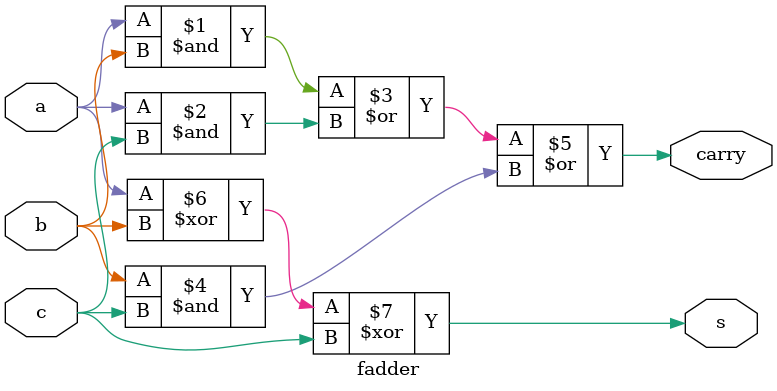
<source format=sv>
/*
2023-1-13 v1: xrb完成
*/

/*--JSON--{"module_name":"deperated","module_ver":"3","module_type":"module"}--JSON--*/
module fadder (
    input a, b, c,
    output carry, s
);
    // rtl实现
    assign carry = a & b | a & c | b & c;
    assign s = a ^ b ^ c;
    // 不知用原语如何，用与非门还是正常的与/或；不知自定义原语如何

endmodule

</source>
